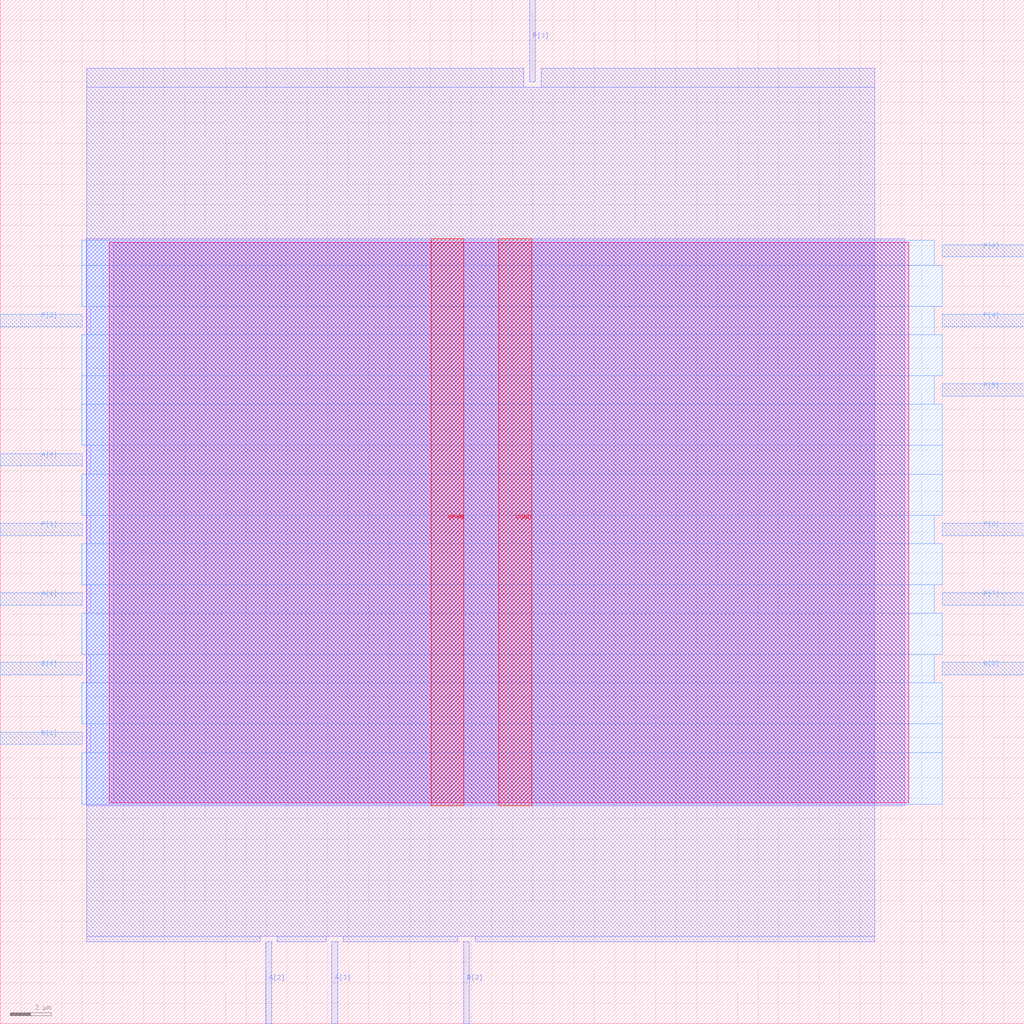
<source format=lef>
VERSION 5.7 ;
  NOWIREEXTENSIONATPIN ON ;
  DIVIDERCHAR "/" ;
  BUSBITCHARS "[]" ;
MACRO mult4_SarsaNStepsRuido_e9_SarsaNStepsRuido_e9_SARSA_RUIDO_e9_SARSA_RUIDO_e9
  CLASS BLOCK ;
  FOREIGN mult4_SarsaNStepsRuido_e9_SarsaNStepsRuido_e9_SARSA_RUIDO_e9_SARSA_RUIDO_e9 ;
  ORIGIN 0.000 0.000 ;
  SIZE 50.000 BY 50.000 ;
  PIN A[0]
    DIRECTION INPUT ;
    USE SIGNAL ;
    ANTENNAGATEAREA 0.126000 ;
    PORT
      LAYER met3 ;
        RECT 0.000 27.240 4.000 27.840 ;
    END
  END A[0]
  PIN A[1]
    DIRECTION INPUT ;
    USE SIGNAL ;
    ANTENNAGATEAREA 0.213000 ;
    PORT
      LAYER met3 ;
        RECT 0.000 20.440 4.000 21.040 ;
    END
  END A[1]
  PIN A[2]
    DIRECTION INPUT ;
    USE SIGNAL ;
    ANTENNAGATEAREA 0.213000 ;
    PORT
      LAYER met2 ;
        RECT 12.970 0.000 13.250 4.000 ;
    END
  END A[2]
  PIN A[3]
    DIRECTION INPUT ;
    USE SIGNAL ;
    ANTENNAGATEAREA 0.213000 ;
    PORT
      LAYER met2 ;
        RECT 16.190 0.000 16.470 4.000 ;
    END
  END A[3]
  PIN B[0]
    DIRECTION INPUT ;
    USE SIGNAL ;
    ANTENNAGATEAREA 0.213000 ;
    PORT
      LAYER met3 ;
        RECT 0.000 17.040 4.000 17.640 ;
    END
  END B[0]
  PIN B[1]
    DIRECTION INPUT ;
    USE SIGNAL ;
    ANTENNAGATEAREA 0.126000 ;
    PORT
      LAYER met3 ;
        RECT 0.000 13.640 4.000 14.240 ;
    END
  END B[1]
  PIN B[2]
    DIRECTION INPUT ;
    USE SIGNAL ;
    ANTENNAGATEAREA 0.213000 ;
    PORT
      LAYER met2 ;
        RECT 22.630 0.000 22.910 4.000 ;
    END
  END B[2]
  PIN B[3]
    DIRECTION INPUT ;
    USE SIGNAL ;
    ANTENNAGATEAREA 0.126000 ;
    PORT
      LAYER met3 ;
        RECT 46.000 17.040 50.000 17.640 ;
    END
  END B[3]
  PIN P[0]
    DIRECTION OUTPUT ;
    USE SIGNAL ;
    PORT
      LAYER met3 ;
        RECT 46.000 37.440 50.000 38.040 ;
    END
  END P[0]
  PIN P[1]
    DIRECTION OUTPUT ;
    USE SIGNAL ;
    ANTENNADIFFAREA 0.445500 ;
    PORT
      LAYER met3 ;
        RECT 0.000 23.840 4.000 24.440 ;
    END
  END P[1]
  PIN P[2]
    DIRECTION OUTPUT ;
    USE SIGNAL ;
    ANTENNADIFFAREA 0.445500 ;
    PORT
      LAYER met3 ;
        RECT 0.000 34.040 4.000 34.640 ;
    END
  END P[2]
  PIN P[3]
    DIRECTION OUTPUT ;
    USE SIGNAL ;
    ANTENNADIFFAREA 0.445500 ;
    PORT
      LAYER met2 ;
        RECT 25.850 46.000 26.130 50.000 ;
    END
  END P[3]
  PIN P[4]
    DIRECTION OUTPUT ;
    USE SIGNAL ;
    ANTENNADIFFAREA 0.445500 ;
    PORT
      LAYER met3 ;
        RECT 46.000 34.040 50.000 34.640 ;
    END
  END P[4]
  PIN P[5]
    DIRECTION OUTPUT ;
    USE SIGNAL ;
    ANTENNADIFFAREA 0.445500 ;
    PORT
      LAYER met3 ;
        RECT 46.000 30.640 50.000 31.240 ;
    END
  END P[5]
  PIN P[6]
    DIRECTION OUTPUT ;
    USE SIGNAL ;
    ANTENNADIFFAREA 0.445500 ;
    PORT
      LAYER met3 ;
        RECT 46.000 23.840 50.000 24.440 ;
    END
  END P[6]
  PIN P[7]
    DIRECTION OUTPUT ;
    USE SIGNAL ;
    ANTENNADIFFAREA 0.445500 ;
    PORT
      LAYER met3 ;
        RECT 46.000 20.440 50.000 21.040 ;
    END
  END P[7]
  PIN VGND
    DIRECTION INOUT ;
    USE GROUND ;
    PORT
      LAYER met4 ;
        RECT 24.340 10.640 25.940 38.320 ;
    END
  END VGND
  PIN VPWR
    DIRECTION INOUT ;
    USE POWER ;
    PORT
      LAYER met4 ;
        RECT 21.040 10.640 22.640 38.320 ;
    END
  END VPWR
  OBS
      LAYER nwell ;
        RECT 5.330 10.795 44.350 38.165 ;
      LAYER li1 ;
        RECT 5.520 10.795 44.160 38.165 ;
      LAYER met1 ;
        RECT 4.210 10.640 44.160 38.320 ;
      LAYER met2 ;
        RECT 4.230 45.720 25.570 46.650 ;
        RECT 26.410 45.720 42.690 46.650 ;
        RECT 4.230 4.280 42.690 45.720 ;
        RECT 4.230 4.000 12.690 4.280 ;
        RECT 13.530 4.000 15.910 4.280 ;
        RECT 16.750 4.000 22.350 4.280 ;
        RECT 23.190 4.000 42.690 4.280 ;
      LAYER met3 ;
        RECT 3.990 37.040 45.600 38.245 ;
        RECT 3.990 35.040 46.000 37.040 ;
        RECT 4.400 33.640 45.600 35.040 ;
        RECT 3.990 31.640 46.000 33.640 ;
        RECT 3.990 30.240 45.600 31.640 ;
        RECT 3.990 28.240 46.000 30.240 ;
        RECT 4.400 26.840 46.000 28.240 ;
        RECT 3.990 24.840 46.000 26.840 ;
        RECT 4.400 23.440 45.600 24.840 ;
        RECT 3.990 21.440 46.000 23.440 ;
        RECT 4.400 20.040 45.600 21.440 ;
        RECT 3.990 18.040 46.000 20.040 ;
        RECT 4.400 16.640 45.600 18.040 ;
        RECT 3.990 14.640 46.000 16.640 ;
        RECT 4.400 13.240 46.000 14.640 ;
        RECT 3.990 10.715 46.000 13.240 ;
  END
END mult4_SarsaNStepsRuido_e9_SarsaNStepsRuido_e9_SARSA_RUIDO_e9_SARSA_RUIDO_e9
END LIBRARY


</source>
